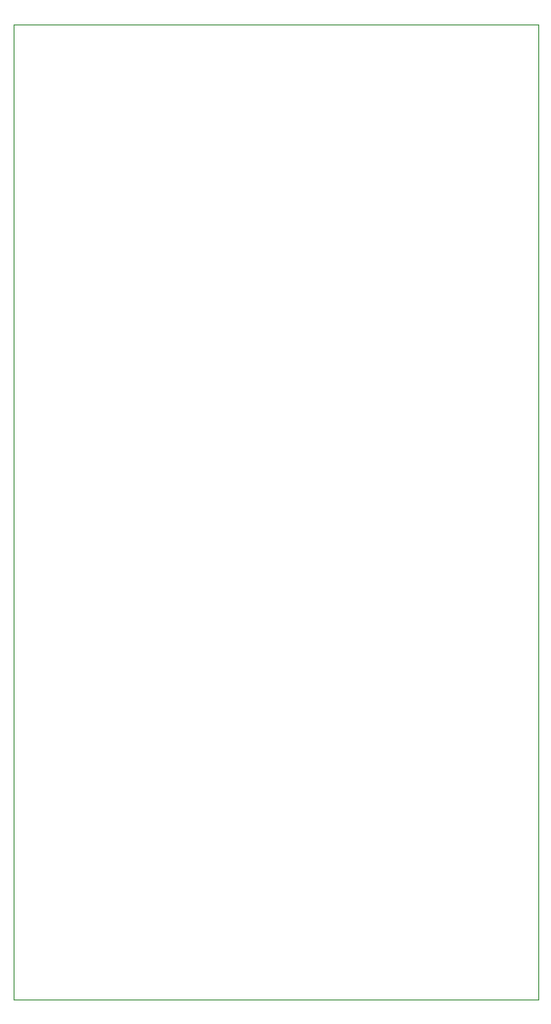
<source format=gm1>
%TF.GenerationSoftware,KiCad,Pcbnew,9.0.4*%
%TF.CreationDate,2025-08-31T12:14:26+02:00*%
%TF.ProjectId,tank_PCB,74616e6b-5f50-4434-922e-6b696361645f,rev?*%
%TF.SameCoordinates,Original*%
%TF.FileFunction,Profile,NP*%
%FSLAX46Y46*%
G04 Gerber Fmt 4.6, Leading zero omitted, Abs format (unit mm)*
G04 Created by KiCad (PCBNEW 9.0.4) date 2025-08-31 12:14:26*
%MOMM*%
%LPD*%
G01*
G04 APERTURE LIST*
%TA.AperFunction,Profile*%
%ADD10C,0.050000*%
%TD*%
G04 APERTURE END LIST*
D10*
X60000000Y-90000000D02*
X109000000Y-90000000D01*
X109000000Y-181000000D01*
X60000000Y-181000000D01*
X60000000Y-90000000D01*
M02*

</source>
